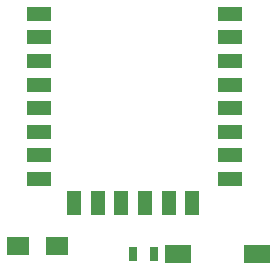
<source format=gtp>
G75*
%MOIN*%
%OFA0B0*%
%FSLAX25Y25*%
%IPPOS*%
%LPD*%
%AMOC8*
5,1,8,0,0,1.08239X$1,22.5*
%
%ADD10R,0.07480X0.06299*%
%ADD11R,0.07874X0.04724*%
%ADD12R,0.04724X0.07874*%
%ADD13R,0.03150X0.04724*%
%ADD14R,0.09055X0.05906*%
D10*
X0010632Y0016006D03*
X0023624Y0016006D03*
D11*
X0017628Y0038380D03*
X0017628Y0046254D03*
X0017628Y0054128D03*
X0017628Y0062002D03*
X0017628Y0069876D03*
X0017628Y0077750D03*
X0017628Y0085624D03*
X0017628Y0093498D03*
X0081408Y0093498D03*
X0081408Y0085624D03*
X0081408Y0077750D03*
X0081408Y0069876D03*
X0081408Y0062002D03*
X0081408Y0054128D03*
X0081408Y0046254D03*
X0081408Y0038380D03*
D12*
X0068809Y0030506D03*
X0060935Y0030506D03*
X0053061Y0030506D03*
X0045187Y0030506D03*
X0037313Y0030506D03*
X0029439Y0030506D03*
D13*
X0049085Y0013506D03*
X0056172Y0013506D03*
D14*
X0063939Y0013506D03*
X0090317Y0013506D03*
M02*

</source>
